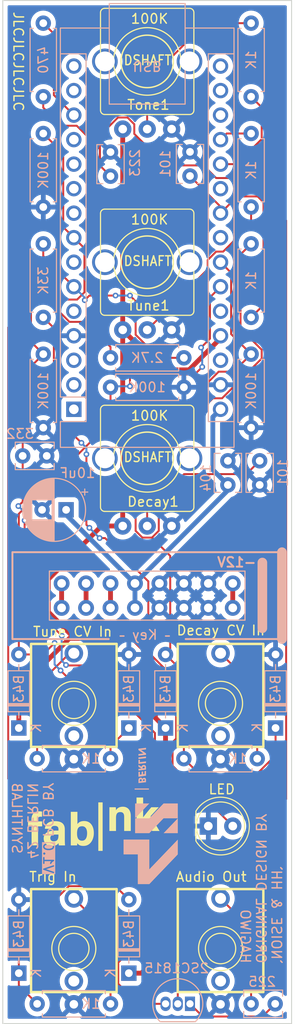
<source format=kicad_pcb>
(kicad_pcb (version 20240108) (generator "pcbnew") (generator_version "8.0")
  (layers (0 "F.Cu" signal) (31 "B.Cu" signal) (34 "B.Paste" user) (35 "F.Paste" user) (36 "B.SilkS" user "B.Silkscreen") (37 "F.SilkS" user "F.Silkscreen") (38 "B.Mask" user) (39 "F.Mask" user) (44 "Edge.Cuts" user))
  (net 0 "")
  (net 1 "A3")
  (net 4 "D5")
  (net 9 "+5V")
  (net 10 "A0")
  (net 12 "A1")
  (net 14 "GND")
  (net 18 "A5")
  (net 19 "D10")
  (net 21 "D3")
  (net 24 "+12V")
  (net 29 "A6")
  (net 30 "Net-(Q1-C)")
  (net 31 "Net-(Q1-B)")
  (net 32 "Net-(Q1-E)")
  (net 33 "Net-(C5-Pad2)")
  (net 34 "Net-(D7-A)")
  (net 35 "Net-(Decay1-Pad2)")
  (net 36 "Net-(J4-P6)")
  (net 37 "Net-(J4-P3)")
  (net 38 "Net-(J4-P1)")
  (net 39 "Net-(J4-P16)")
  (net 40 "Net-(R1-Pad1)")
  (net 41 "Net-(R2-Pad1)")
  (net 42 "Net-(J1-PadT)")
  (net 43 "Net-(J2-PadT)")
  (net 44 "Net-(J3-PadT)")
  (footprint "Library:EighthInch_PJ398SM_T_TN_S" (layer "F.Cu") (at 58.42 123.636343 -90)
    (property "Reference" "J3" (hide yes))
    (property "Value" "Tune CV In")
  )
  (footprint "LED_THT:LED_D5.0mm" (layer "F.Cu") (at 72.39 136.336343)
    (property "Reference" "D7" (hide yes))
    (property "Value" "LED")
  )
  (footprint "Library:EighthInch_PJ398SM_T_TN_S" (layer "F.Cu") (at 73.66 123.636343 -90)
    (property "Reference" "J2" (hide yes))
    (property "Value" "Decay CV In")
  )
  (footprint "Library:EighthInch_PJ398SM_T_TN_S" (layer "F.Cu") (at 73.66 149.036343 -90)
    (property "Reference" "J5" (hide yes))
    (property "Value" "Audio Out")
  )
  (footprint "Library:Pot_9mm_DShaft_RemovedPins4_5" (layer "F.Cu") (at 66.04 77.916343 180)
    (property "Reference" "Tune1")
    (property "Value" "100K")
  )
  (footprint "Library:Pot_9mm_DShaft_RemovedPins4_5" (layer "F.Cu") (at 66.039837 57.1119 180)
    (property "Reference" "Tone1")
    (property "Value" "100K")
  )
  (footprint "Library:Pot_9mm_DShaft_RemovedPins4_5" (layer "F.Cu") (at 66.039837 98.2345 180)
    (property "Reference" "Decay1")
    (property "Value" "100K")
  )
  (footprint "Library:EighthInch_PJ398SM_T_TN_S" (layer "F.Cu") (at 58.42 149.036343 -90)
    (property "Reference" "J1" (hide yes))
    (property "Value" "Trig In")
  )
  (footprint "Capacitor_THT:C_Disc_D3.8mm_W2.6mm_P2.50mm" (layer "B.Cu") (at 70.485 68.986343 90)
    (property "Reference" "C1" (hide yes))
    (property "Value" "101")
  )
  (footprint "Resistor_THT:R_Axial_DIN0207_L6.3mm_D2.5mm_P7.62mm_Horizontal" (layer "B.Cu") (at 76.835 72.201343 90)
    (property "Reference" "R1" (hide yes))
    (property "Value" "1K")
  )
  (footprint "Resistor_THT:R_Axial_DIN0207_L6.3mm_D2.5mm_P7.62mm_Horizontal" (layer "B.Cu") (at 69.85 87.822343 180)
    (property "Reference" "R12" (hide yes))
    (property "Value" "2.7K")
  )
  (footprint "Package_TO_SOT_THT:TO-92_Inline" (layer "B.Cu") (at 70.485 154.751343 180)
    (property "Reference" "Q1" (hide yes))
    (property "Value" "2SC1815")
  )
  (footprint "Resistor_THT:R_Axial_DIN0207_L6.3mm_D2.5mm_P7.62mm_Horizontal" (layer "B.Cu") (at 55.245 95.061343 90)
    (property "Reference" "R13" (hide yes))
    (property "Value" "100K")
  )
  (footprint "Capacitor_THT:C_Disc_D3.8mm_W2.6mm_P2.50mm" (layer "B.Cu") (at 53.106 97.982343)
    (property "Reference" "C4" (hide yes))
    (property "Value" "332")
  )
  (footprint "Resistor_THT:R_Axial_DIN0207_L6.3mm_D2.5mm_P7.62mm_Horizontal" (layer "B.Cu") (at 76.835 53.151343 -90)
    (property "Reference" "R2" (hide yes))
    (property "Value" "1K")
  )
  (footprint "Capacitor_THT:C_Disc_D3.8mm_W2.6mm_P2.50mm" (layer "B.Cu") (at 79.335 154.751343 180)
    (property "Reference" "C5" (hide yes))
    (property "Value" "225")
  )
  (footprint "Resistor_THT:R_Axial_DIN0207_L6.3mm_D2.5mm_P7.62mm_Horizontal" (layer "B.Cu") (at 76.835 76.011343 -90)
    (property "Reference" "R3" (hide yes))
    (property "Value" "1K")
  )
  (footprint "Resistor_THT:R_Axial_DIN0207_L6.3mm_D2.5mm_P7.62mm_Horizontal" (layer "B.Cu") (at 62.23 90.870343)
    (property "Reference" "R9" (hide yes))
    (property "Value" "100K")
  )
  (footprint "Capacitor_THT:CP_Radial_D6.3mm_P2.50mm" (layer "B.Cu") (at 57.618 103.570343 180)
    (property "Reference" "C7" (hide yes))
    (property "Value" "10uF")
  )
  (footprint "Diode_THT:D_DO-35_SOD27_P7.62mm_Horizontal" (layer "B.Cu") (at 52.705 151.576343 90)
    (property "Reference" "D2" (hide yes))
    (property "Value" "B43")
  )
  (footprint "Library:Pins_2x08_2.54mm_TH_EuroPower_Shrouded_Minimal" (layer "B.Cu") (at 66.04 112.460343 -90)
    (property "Reference" "J4" (hide yes))
    (property "Value" "Eurorack_Power_16pin_Shrouded" (hide yes))
  )
  (footprint "Diode_THT:D_DO-35_SOD27_P7.62mm_Horizontal" (layer "B.Cu") (at 64.135 126.176343 90)
    (property "Reference" "D6" (hide yes))
    (property "Value" "B43")
  )
  (footprint "Diode_THT:D_DO-35_SOD27_P7.62mm_Horizontal" (layer "B.Cu") (at 52.705 126.176343 90)
    (property "Reference" "D5" (hide yes))
    (property "Value" "B43")
  )
  (footprint "Resistor_THT:R_Axial_DIN0207_L6.3mm_D2.5mm_P7.62mm_Horizontal" (layer "B.Cu") (at 54.61 129.351343)
    (property "Reference" "R6" (hide yes))
    (property "Value" "1K")
  )
  (footprint "Resistor_THT:R_Axial_DIN0207_L6.3mm_D2.5mm_P7.62mm_Horizontal" (layer "B.Cu") (at 76.835 87.441343 -90)
    (property "Reference" "R8" (hide yes))
    (property "Value" "100K")
  )
  (footprint "Module:Arduino_Nano" (layer "B.Cu") (at 58.42 93.156343)
    (property "Reference" "A1" (hide yes))
    (property "Value" "Arduino_Nano_v3.x")
  )
  (footprint "Diode_THT:D_DO-35_SOD27_P7.62mm_Horizontal" (layer "B.Cu") (at 79.375 126.176343 90)
    (property "Reference" "D4" (hide yes))
    (property "Value" "B43")
  )
  (footprint "Diode_THT:D_DO-35_SOD27_P7.62mm_Horizontal" (layer "B.Cu") (at 67.945 126.176343 90)
    (property "Reference" "D3" (hide yes))
    (property "Value" "B43")
  )
  (footprint "Capacitor_THT:C_Disc_D3.8mm_W2.6mm_P2.50mm" (layer "B.Cu") (at 77.724 98.490343 -90)
    (property "Reference" "C2" (hide yes))
    (property "Value" "101")
  )
  (footprint "Resistor_THT:R_Axial_DIN0207_L6.3mm_D2.5mm_P7.62mm_Horizontal" (layer "B.Cu") (at 55.245 83.631343 90)
    (property "Reference" "R10" (hide yes))
    (property "Value" "33K")
  )
  (footprint "Resistor_THT:R_Axial_DIN0207_L6.3mm_D2.5mm_P7.62mm_Horizontal" (layer "B.Cu") (at 55.245 64.581343 -90)
    (property "Reference" "R7" (hide yes))
    (property "Value" "100K")
  )
  (footprint "Resistor_THT:R_Axial_DIN0207_L6.3mm_D2.5mm_P7.62mm_Horizontal" (layer "B.Cu") (at 62.23 154.751343 180)
    (property "Reference" "R4" (hide yes))
    (property "Value" "1K")
  )
  (footprint "Resistor_THT:R_Axial_DIN0207_L6.3mm_D2.5mm_P7.62mm_Horizontal" (layer "B.Cu") (at 55.245 53.151343 -90)
    (property "Reference" "R11" (hide yes))
    (property "Value" "470")
  )
  (footprint "Capacitor_THT:C_Disc_D3.8mm_W2.6mm_P2.50mm" (layer "B.Cu") (at 74.422 100.990343 90)
    (property "Reference" "C6" (hide yes))
    (property "Value" "104")
  )
  (footprint "Resistor_THT:R_Axial_DIN0207_L6.3mm_D2.5mm_P7.62mm_Horizontal" (layer "B.Cu") (at 77.47 129.351343 180)
    (property "Reference" "R5" (hide yes))
    (property "Value" "1K")
  )
  (footprint "Diode_THT:D_DO-35_SOD27_P7.62mm_Horizontal" (layer "B.Cu") (at 64.135 151.576343 90)
    (property "Reference" "D1" (hide yes))
    (property "Value" "B43")
  )
  (footprint "Capacitor_THT:C_Disc_D3.8mm_W2.6mm_P2.50mm" (layer "B.Cu") (at 62.23 69.006343 90)
    (property "Reference" "C3" (hide yes))
    (property "Value" "223")
  )
  (gr_poly (pts (xy 65.284539 129.707469) (xy 65.284539 129.472678) (xy 65.131305 129.490854) (xy 65.131305 129.899318) (xy 65.919269 129.806292) (xy 65.919269 129.632538)) (fill solid) (layer "B.SilkS"))
  (gr_poly (pts (xy 65.918924 131.531637) (xy 65.918412 131.521288) (xy 65.917602 131.51071) (xy 65.916438 131.499957) (xy 65.914867 131.489083) (xy 65.912834 131.478144) (xy 65.910285 131.467193) (xy 65.907165 131.456285) (xy 65.903421 131.445473) (xy 65.898999 131.434814) (xy 65.893843 131.42436) (xy 65.887899 131.414168) (xy 65.881114 131.404289) (xy 65.877389 131.399485) (xy 65.873433 131.394781) (xy 65.86924 131.390182) (xy 65.864802 131.385695) (xy 65.859416 131.380715) (xy 65.853608 131.375879) (xy 65.84738 131.371213) (xy 65.840736 131.366741) (xy 65.833679 131.362486) (xy 65.826213 131.358475) (xy 65.81834 131.35473) (xy 65.810064 131.351276) (xy 65.801387 131.348137) (xy 65.792314 131.345338) (xy 65.782847 131.342903) (xy 65.77299 131.340856) (xy 65.762745 131.339222) (xy 65.752117 131.338025) (xy 65.741108 131.337288) (xy 65.729721 131.337037) (xy 65.720317 131.337181) (xy 65.711164 131.33761) (xy 65.702257 131.338321) (xy 65.693593 131.339312) (xy 65.685167 131.340579) (xy 65.676975 131.342119) (xy 65.669012 131.343929) (xy 65.661275 131.346007) (xy 65.65376 131.348349) (xy 65.646461 131.350952) (xy 65.639375 131.353813) (xy 65.632498 131.356929) (xy 65.625826 131.360297) (xy 65.619353 131.363914) (xy 65.613077 131.367777) (xy 65.606992 131.371884) (xy 65.600537 131.376562) (xy 65.594511 131.381333) (xy 65.588897 131.386184) (xy 65.583681 131.391103) (xy 65.578849 131.396079) (xy 65.574384 131.401099) (xy 65.570273 131.406151) (xy 65.566501 131.411223) (xy 65.563052 131.416305) (xy 65.559911 131.421382) (xy 65.557064 131.426444) (xy 65.554496 131.431478) (xy 65.552192 131.436473) (xy 65.550137 131.441416) (xy 65.548316 131.446296) (xy 65.546714 131.451101) (xy 65.544835 131.444001) (xy 65.542748 131.437139) (xy 65.540468 131.430513) (xy 65.538008 131.424122) (xy 65.535382 131.417965) (xy 65.532604 131.41204) (xy 65.529688 131.406348) (xy 65.526648 131.400886) (xy 65.523496 131.395654) (xy 65.520248 131.39065) (xy 65.516917 131.385875) (xy 65.513517 131.381326) (xy 65.510062 131.377002) (xy 65.506565 131.372904) (xy 65.503041 131.369028) (xy 65.499502 131.365375) (xy 65.492794 131.359073) (xy 65.486002 131.353254) (xy 65.479113 131.347909) (xy 65.472111 131.343026) (xy 65.464981 131.338596) (xy 65.457708 131.334607) (xy 65.450279 131.331049) (xy 65.442677 131.327911) (xy 65.434887 131.325181) (xy 65.426896 131.322851) (xy 65.418687 131.320909) (xy 65.410247 131.319343) (xy 65.401559 131.318144) (xy 65.39261 131.317301) (xy 65.383385 131.316803) (xy 65.373867 131.31664) (xy 65.358547 131.316998) (xy 65.343898 131.318041) (xy 65.329914 131.319722) (xy 65.316585 131.321991) (xy 65.303903 131.324801) (xy 65.291859 131.328104) (xy 65.280445 131.331852) (xy 65.269652 131.335997) (xy 65.259472 131.34049) (xy 65.249896 131.345285) (xy 65.240916 131.350332) (xy 65.232524 131.355583) (xy 65.22471 131.360992) (xy 65.217466 131.366509) (xy 65.210784 131.372087) (xy 65.204656 131.377678) (xy 65.198948 131.383348) (xy 65.19353 131.389178) (xy 65.188397 131.39516) (xy 65.18354 131.401287) (xy 65.174625 131.413953) (xy 65.16673 131.427119) (xy 65.159797 131.440733) (xy 65.153768 131.454739) (xy 65.148585 131.469084) (xy 65.144193 131.483712) (xy 65.140532 131.498571) (xy 65.137545 131.513605) (xy 65.135176 131.52876) (xy 65.133366 131.543982) (xy 65.132059 131.559216) (xy 65.131196 131.574409) (xy 65.130721 131.589505) (xy 65.130575 131.604452) (xy 65.130575 131.884328) (xy 65.272918 131.867668) (xy 65.272918 131.693908) (xy 65.272918 131.630646) (xy 65.273125 131.617521) (xy 65.273895 131.603034) (xy 65.274559 131.595451) (xy 65.275447 131.587732) (xy 65.276586 131.579944) (xy 65.278003 131.572156) (xy 65.279727 131.564436) (xy 65.281785 131.556852) (xy 65.284204 131.549472) (xy 65.287013 131.542364) (xy 65.290238 131.535596) (xy 65.293908 131.529236) (xy 65.295918 131.52623) (xy 65.29805 131.523352) (xy 65.300307 131.52061) (xy 65.302692 131.518012) (xy 65.304618 131.516036) (xy 65.306862 131.513939) (xy 65.309436 131.511756) (xy 65.312351 131.509522) (xy 65.315619 131.50727) (xy 65.319252 131.505034) (xy 65.323262 131.502849) (xy 65.325411 131.501786) (xy 65.327659 131.500749) (xy 65.330007 131.499741) (xy 65.332457 131.498768) (xy 65.33501 131.497832) (xy 65.337666 131.49694) (xy 65.340429 131.496094) (xy 65.343299 131.495299) (xy 65.346278 131.49456) (xy 65.349367 131.49388) (xy 65.352568 131.493265) (xy 65.355882 131.492717) (xy 65.359311 131.492242) (xy 65.362856 131.491844) (xy 65.366518 131.491527) (xy 65.370299 131.491295) (xy 65.374201 131.491153) (xy 65.378225 131.491105) (xy 65.381446 131.49115) (xy 65.384833 131.491294) (xy 65.388362 131.491551) (xy 65.392011 131.491936) (xy 65.395758 131.49246) (xy 65.399581 131.493139) (xy 65.403457 131.493985) (xy 65.407364 131.495014) (xy 65.411279 131.496237) (xy 65.415181 131.49767) (xy 65.419046 131.499325) (xy 65.422853 131.501217) (xy 65.42658 131.50336) (xy 65.430203 131.505766) (xy 65.4337 131.50845) (xy 65.43705 131.511425) (xy 65.439429 131.513825) (xy 65.441669 131.516375) (xy 65.443771 131.519063) (xy 65.445743 131.521877) (xy 65.447586 131.524804) (xy 65.449306 131.527834) (xy 65.452392 131.534153) (xy 65.455037 131.540739) (xy 65.457272 131.547498) (xy 65.459133 131.554334) (xy 65.460654 131.561153) (xy 65.461868 131.56786) (xy 65.46281 131.574362) (xy 65.463514 131.580562) (xy 65.464013 131.586367) (xy 65.464535 131.596411) (xy 65.464648 131.603737) (xy 65.464648 131.671365) (xy 65.272918 131.693908) (xy 65.272918 131.867668) (xy 65.598999 131.829502) (xy 65.598999 131.656125) (xy 65.598999 131.620486) (xy 65.599206 131.609096) (xy 65.599506 131.603087) (xy 65.599975 131.596919) (xy 65.60064 131.590631) (xy 65.601528 131.584262) (xy 65.602667 131.57785) (xy 65.604085 131.571432) (xy 65.605809 131.565048) (xy 65.607867 131.558736) (xy 65.610287 131.552534) (xy 65.613096 131.546481) (xy 65.616323 131.540615) (xy 65.619993 131.534974) (xy 65.624137 131.529597) (xy 65.626394 131.527019) (xy 65.62878 131.524521) (xy 65.632044 131.521467) (xy 65.63556 131.518587) (xy 65.639309 131.515885) (xy 65.643269 131.513363) (xy 65.64742 131.511025) (xy 65.651743 131.508873) (xy 65.656217 131.506912) (xy 65.660822 131.505144) (xy 65.665537 131.503572) (xy 65.670343 131.502199) (xy 65.67522 131.501029) (xy 65.680146 131.500065) (xy 65.685102 131.499309) (xy 65.690068 131.498766) (xy 65.695023 131.498437) (xy 65.699948 131.498327) (xy 65.705771 131.498485) (xy 65.711263 131.498941) (xy 65.716434 131.499669) (xy 65.721294 131.500645) (xy 65.725851 131.501843) (xy 65.730115 131.503237) (xy 65.734097 131.504802) (xy 65.737805 131.506513) (xy 65.741249 131.508344) (xy 65.744439 131.510269) (xy 65.747384 131.512263) (xy 65.750094 131.514301) (xy 65.752578 131.516357) (xy 65.754846 131.518406) (xy 65.756908 131.520421) (xy 65.758773 131.522379) (xy 65.760425 131.524379) (xy 65.761978 131.526431) (xy 65.763434 131.528534) (xy 65.764798 131.530685) (xy 65.767259 131.535119) (xy 65.769385 131.539711) (xy 65.7712 131.544441) (xy 65.772728 131.549286) (xy 65.773995 131.554226) (xy 65.775025 131.559238) (xy 65.775841 131.564302) (xy 65.77647 131.569395) (xy 65.776934 131.574496) (xy 65.777259 131.579584) (xy 65.77759 131.589634) (xy 65.777656 131.599373) (xy 65.777656 131.635726) (xy 65.598999 131.656125) (xy 65.598999 131.829502) (xy 65.919269 131.792016) (xy 65.919269 131.55143)) (fill solid) (layer "B.SilkS"))
  (gr_poly (pts (xy 65.131305 129.216773) (xy 65.131305 129.390524) (xy 65.919269 129.298212) (xy 65.919269 129.12446)) (fill solid) (layer "B.SilkS"))
  (gr_poly (pts (xy 67.741425 137.071921) (xy 69.220777 137.071921) (xy 69.220777 135.532427)) (fill solid) (layer "B.SilkS"))
  (gr_poly (pts (xy 64.735518 132.44035) (xy 64.735518 132.558064) (xy 66.219949 132.558064) (xy 66.219949 132.44035)) (fill solid) (layer "B.SilkS"))
  (gr_poly (pts (xy 65.766035 130.644332) (xy 65.766035 130.937306) (xy 65.613524 130.959133) (xy 65.613524 130.676321) (xy 65.459561 130.698148) (xy 65.459561 130.980167) (xy 65.284539 131.004139) (xy 65.284539 130.706165) (xy 65.130575 130.727199) (xy 65.130575 131.227342) (xy 65.919269 131.117566) (xy 65.919269 130.622584)) (fill solid) (layer "B.SilkS"))
  (gr_poly (pts (xy 65.918832 130.227849) (xy 65.918178 130.214467) (xy 65.917137 130.201162) (xy 65.915636 130.187953) (xy 65.913603 130.174861) (xy 65.910966 130.161907) (xy 65.907652 130.149112) (xy 65.90359 130.136494) (xy 65.898706 130.124076) (xy 65.892928 130.111877) (xy 65.886184 130.099919) (xy 65.878402 130.088221) (xy 65.869509 130.076803) (xy 65.859433 130.065687) (xy 65.848101 130.054893) (xy 65.842525 130.049972) (xy 65.83641 130.04506) (xy 65.829743 130.0402) (xy 65.822514 130.035434) (xy 65.81471 130.030805) (xy 65.806319 130.026355) (xy 65.797331 130.022126) (xy 65.787733 130.018163) (xy 65.777515 130.014506) (xy 65.766663 130.011198) (xy 65.755166 130.008283) (xy 65.743013 130.005802) (xy 65.730192 130.003799) (xy 65.716692 130.002315) (xy 65.7025 130.001394) (xy 65.695141 130.001157) (xy 65.687605 130.001077) (xy 65.673767 130.001364) (xy 65.66031 130.002214) (xy 65.647237 130.003607) (xy 65.634555 130.005526) (xy 65.622269 130.007952) (xy 65.610384 130.010868) (xy 65.598905 130.014254) (xy 65.587837 130.018093) (xy 65.577187 130.022366) (xy 65.566959 130.027056) (xy 65.557159 130.032143) (xy 65.547792 130.03761) (xy 65.538863 130.043439) (xy 65.530377 130.04961) (xy 65.522341 130.056107) (xy 65.514758 130.062909) (xy 65.508622 130.069183) (xy 65.502748 130.075724) (xy 65.497139 130.08251) (xy 65.491801 130.089519) (xy 65.48674 130.096729) (xy 65.481961 130.104116) (xy 65.47747 130.11166) (xy 65.473271 130.119336) (xy 65.469369 130.127123) (xy 65.465771 130.134998) (xy 65.462481 130.142939) (xy 65.459505 130.150924) (xy 65.456849 130.158929) (xy 65.454516 130.166933) (xy 65.452513 130.174913) (xy 65.450845 130.182846) (xy 65.130575 129.988775) (xy 65.130575 130.191577) (xy 65.441407 130.373266) (xy 65.130575 130.409621) (xy 65.130575 130.583292) (xy 65.56124 130.532885) (xy 65.56124 130.359456) (xy 65.56124 130.316592) (xy 65.561444 130.305334) (xy 65.561738 130.299291) (xy 65.562193 130.293024) (xy 65.562835 130.286574) (xy 65.56369 130.279979) (xy 65.564783 130.27328) (xy 65.56614 130.266517) (xy 65.567787 130.259728) (xy 65.569748 130.252954) (xy 65.57205 130.246233) (xy 65.574718 130.239607) (xy 65.577778 130.233114) (xy 65.581254 130.226795) (xy 65.585174 130.220688) (xy 65.589561 130.214833) (xy 65.591903 130.212034) (xy 65.594299 130.209364) (xy 65.596747 130.206821) (xy 65.599244 130.204402) (xy 65.601789 130.202105) (xy 65.604379 130.199926) (xy 65.609692 130.195914) (xy 65.615166 130.192346) (xy 65.620787 130.189199) (xy 65.62654 130.186453) (xy 65.632409 130.184087) (xy 65.638381 130.182078) (xy 65.644441 130.180407) (xy 65.650572 130.179051) (xy 65.656761 130.177989) (xy 65.662993 130.1772) (xy 65.669252 130.176663) (xy 65.675524 130.176356) (xy 65.681795 130.176259) (xy 65.686505 130.176332) (xy 65.691358 130.17657) (xy 65.696326 130.177001) (xy 65.70138 130.177652) (xy 65.706494 130.178551) (xy 65.711641 130.179724) (xy 65.716791 130.181199) (xy 65.721918 130.183005) (xy 65.726993 130.185167) (xy 65.731991 130.187714) (xy 65.736881 130.190673) (xy 65.739278 130.192316) (xy 65.741638 130.194072) (xy 65.743958 130.195945) (xy 65.746233 130.197938) (xy 65.748462 130.200054) (xy 65.750639 130.202298) (xy 65.752763 130.204672) (xy 65.754828 130.20718) (xy 65.756833 130.209825) (xy 65.758773 130.212611) (xy 65.761499 130.216956) (xy 65.763964 130.221534) (xy 65.76618 130.226339) (xy 65.768159 130.231367) (xy 65.769913 130.236613) (xy 65.771452 130.24207) (xy 65.772789 130.247734) (xy 65.773935 130.253599) (xy 65.774903 130.25966) (xy 65.775704 130.265913) (xy 65.776349 130.272351) (xy 65.776851 130.278971) (xy 65.777221 130.285765) (xy 65.77747 130.29273) (xy 65.777656 130.307148) (xy 65.777656 130.333261) (xy 65.56124 130.359456) (xy 65.56124 130.532885) (xy 65.919269 130.490979) (xy 65.919269 130.254759)) (fill solid) (layer "B.SilkS"))
  (gr_poly (pts (xy 66.262073 140.812412) (xy 66.262073 137.731972) (xy 63.585152 137.731972) (xy 63.585152 139.272188) (xy 65.064503 139.272188) (xy 65.064503 142.351906) (xy 66.262073 142.351906) (xy 69.220777 139.272188) (xy 69.220777 137.731972)) (fill solid) (layer "B.SilkS"))
  (gr_poly (pts (xy 65.406546 128.457869) (xy 65.919269 128.396829) (xy 65.919269 128.223157) (xy 65.130575 128.31547) (xy 65.130575 128.466599) (xy 65.646203 128.815532) (xy 65.130575 128.875143) (xy 65.130575 129.048815) (xy 65.919269 128.955073) (xy 65.919269 128.803864)) (fill solid) (layer "B.SilkS"))
  (gr_poly (pts (xy 67.741425 133.992211) (xy 66.262073 135.532427) (xy 64.782722 135.532427) (xy 64.782722 137.071921) (xy 66.262073 137.071921) (xy 67.741425 135.532427) (xy 69.220777 135.532427) (xy 69.220777 133.992211)) (fill solid) (layer "B.SilkS"))
  (gr_poly (pts (xy 64.78269 133.99229) (xy 64.78269 135.532475) (xy 66.262042 133.99229)) (fill solid) (layer "B.SilkS"))
  (gr_poly (pts (xy 58.792443 136.129968) (xy 58.813398 136.100241) (xy 58.836678 136.070747) (xy 58.862439 136.041718) (xy 58.890835 136.013386) (xy 58.90607 135.999554) (xy 58.922022 135.985984) (xy 58.93871 135.972705) (xy 58.956154 135.959746) (xy 58.974373 135.947135) (xy 58.993387 135.934902) (xy 59.013215 135.923076) (xy 59.033876 135.911687) (xy 59.055389 135.900762) (xy 59.077775 135.890331) (xy 59.101052 135.880424) (xy 59.125239 135.871069) (xy 59.150357 135.862295) (xy 59.176425 135.854132) (xy 59.203461 135.846608) (xy 59.231486 135.839753) (xy 59.260519 135.833595) (xy 59.290578 135.828164) (xy 59.321684 135.823489) (xy 59.353856 135.819599) (xy 59.387113 135.816523) (xy 59.421475 135.814289) (xy 59.45696 135.812928) (xy 59.493589 135.812468) (xy 59.555834 135.814083) (xy 59.616065 135.818876) (xy 59.674287 135.826769) (xy 59.7305 135.837686) (xy 59.784707 135.851548) (xy 59.836911 135.868278) (xy 59.887114 135.887799) (xy 59.935319 135.910033) (xy 59.981528 135.934902) (xy 60.025743 135.962329) (xy 60.067967 135.992237) (xy 60.108203 136.024548) (xy 60.146452 136.059184) (xy 60.182717 136.096068) (xy 60.217 136.135123) (xy 60.249305 136.17627) (xy 60.279633 136.219433) (xy 60.307987 136.264533) (xy 60.334369 136.311494) (xy 60.358782 136.360238) (xy 60.381227 136.410687) (xy 60.401708 136.462764) (xy 60.420228 136.516392) (xy 60.436787 136.571492) (xy 60.451389 136.627987) (xy 60.464037 136.6858) (xy 60.474732 136.744853) (xy 60.483477 136.805069) (xy 60.490274 136.86637) (xy 60.495127 136.928679) (xy 60.499005 137.05601) (xy 60.494674 137.184381) (xy 60.48172 137.31093) (xy 60.4602 137.434766) (xy 60.430172 137.554997) (xy 60.391696 137.670733) (xy 60.344829 137.781082) (xy 60.289629 137.885152) (xy 60.258922 137.934553) (xy 60.226154 137.982051) (xy 60.191332 138.027534) (xy 60.154463 138.07089) (xy 60.115554 138.112007) (xy 60.074613 138.150775) (xy 60.031647 138.187082) (xy 59.986663 138.220816) (xy 59.939668 138.251866) (xy 59.890671 138.280121) (xy 59.839677 138.305469) (xy 59.786694 138.327799) (xy 59.73173 138.346999) (xy 59.674792 138.362958) (xy 59.615887 138.375565) (xy 59.555023 138.384707) (xy 59.492205 138.390275) (xy 59.427443 138.392155) (xy 59.360429 138.390922) (xy 59.298123 138.387246) (xy 59.240274 138.381168) (xy 59.186631 138.372725) (xy 59.136941 138.361957) (xy 59.090952 138.348902) (xy 59.048413 138.333599) (xy 59.009071 138.316087) (xy 58.972674 138.296405) (xy 58.938972 138.274591) (xy 58.907711 138.250684) (xy 58.878639 138.224723) (xy 58.851506 138.196747) (xy 58.826059 138.166794) (xy 58.802045 138.134904) (xy 58.779214 138.101114) (xy 58.77862 138.131422) (xy 58.77694 138.162506) (xy 58.774331 138.193899) (xy 58.770946 138.225138) (xy 58.766941 138.255756) (xy 58.762471 138.285289) (xy 58.757691 138.313272) (xy 58.752755 138.33924) (xy 58.104526 138.33924) (xy 58.104526 137.532261) (xy 58.104526 137.108926) (xy 58.752755 137.108926) (xy 58.754189 137.184829) (xy 58.758646 137.258504) (xy 58.766359 137.329581) (xy 58.77756 137.397694) (xy 58.792482 137.462474) (xy 58.811357 137.523552) (xy 58.834417 137.580561) (xy 58.84759 137.607424) (xy 58.861896 137.633132) (xy 58.877365 137.657638) (xy 58.894026 137.680897) (xy 58.911908 137.702862) (xy 58.931039 137.723488) (xy 58.95145 137.742728) (xy 58.973168 137.760537) (xy 58.996224 137.776868) (xy 59.020646 137.791675) (xy 59.046463 137.804913) (xy 59.073705 137.816535) (xy 59.1024 137.826495) (xy 59.132577 137.834748) (xy 59.164266 137.841246) (xy 59.197496 137.845945) (xy 59.232295 137.848798) (xy 59.268693 137.84976) (xy 59.301637 137.848872) (xy 59.333499 137.846226) (xy 59.36428 137.841846) (xy 59.393983 137.835755) (xy 59.42261 137.827979) (xy 59.450165 137.818541) (xy 59.476648 137.807465) (xy 59.502064 137.794776) (xy 59.526414 137.780498) (xy 59.5497 137.764655) (xy 59.571925 137.747272) (xy 59.593092 137.728372) (xy 59.613203 137.70798) (xy 59.63226 137.68612) (xy 59.650265 137.662816) (xy 59.667222 137.638093) (xy 59.683132 137.611975) (xy 59.697998 137.584485) (xy 59.711823 137.555649) (xy 59.724609 137.52549) (xy 59.736357 137.494033) (xy 59.747072 137.461302) (xy 59.756754 137.42732) (xy 59.765407 137.392113) (xy 59.773033 137.355705) (xy 59.779634 137.318119) (xy 59.785213 137.279381) (xy 59.789772 137.239513) (xy 59.793314 137.198541) (xy 59.795841 137.156488) (xy 59.79786 137.069239) (xy 59.79599 136.993633) (xy 59.790341 136.920799) (xy 59.780855 136.851026) (xy 59.767474 136.784605) (xy 59.75014 136.721828) (xy 59.728794 136.662985) (xy 59.703379 136.608366) (xy 59.689127 136.582732) (xy 59.673836 136.558262) (xy 59.657499 136.534995) (xy 59.640108 136.512965) (xy 59.621656 136.492209) (xy 59.602135 136.472764) (xy 59.581539 136.454665) (xy 59.559861 136.43795) (xy 59.537092 136.422654) (xy 59.513226 136.408814) (xy 59.488255 136.396466) (xy 59.462173 136.385647) (xy 59.434971 136.376392) (xy 59.406643 136.368739) (xy 59.377182 136.362723) (xy 59.346579 136.358381) (xy 59.314828 136.355749) (xy 59.281922 136.354864) (xy 59.245486 136.3556) (xy 59.210576 136.357809) (xy 59.177168 136.361491) (xy 59.145238 136.366646) (xy 59.114761 136.373274) (xy 59.085713 136.381374) (xy 59.05807 136.390947) (xy 59.031808 136.401993) (xy 59.006902 136.414511) (xy 58.983329 136.428503) (xy 58.961064 136.443967) (xy 58.940082 136.460904) (xy 58.920361 136.479314) (xy 58.901874 136.499196) (xy 58.884599 136.520552) (xy 58.868511 136.54338) (xy 58.853585 136.56768) (xy 58.839798 136.593454) (xy 58.827125 136.620701) (xy 58.815542 136.64942) (xy 58.805025 136.679612) (xy 58.79555 136.711276) (xy 58.787092 136.744414) (xy 58.779627 136.779024) (xy 58.773131 136.815107) (xy 58.76758 136.852663) (xy 58.759215 136.932193) (xy 58.754338 137.017614) (xy 58.752755 137.108926) (xy 58.104526 137.108926) (xy 58.104527 134.859968) (xy 58.792443 134.859968)) (fill solid) (layer "F.SilkS"))
  (gr_poly (pts (xy 61.411818 138.908093) (xy 60.962027 138.908093) (xy 60.962027 133.88101) (xy 61.411818 133.88101)) (fill solid) (layer "F.SilkS"))
  (gr_poly (pts (xy 56.584555 135.828811) (xy 56.697791 135.838203) (xy 56.803741 135.853951) (xy 56.902326 135.876133) (xy 56.948833 135.889661) (xy 56.993471 135.904827) (xy 57.036228 135.921639) (xy 57.077096 135.940109) (xy 57.116065 135.960245) (xy 57.153125 135.982057) (xy 57.188266 136.005555) (xy 57.22148 136.030749) (xy 57.252755 136.057648) (xy 57.282083 136.086263) (xy 57.309454 136.116601) (xy 57.334858 136.148675) (xy 57.358285 136.182492) (xy 57.379726 136.218063) (xy 57.399171 136.255398) (xy 57.41661 136.294506) (xy 57.432034 136.335396) (xy 57.445433 136.378079) (xy 57.456796 136.422565) (xy 57.466116 136.468862) (xy 57.473381 136.516981) (xy 57.478583 136.566931) (xy 57.481711 136.618722) (xy 57.482756 136.672364) (xy 57.482756 137.70424) (xy 57.48503 137.896476) (xy 57.491024 138.091192) (xy 57.495029 138.177854) (xy 57.499499 138.251183) (xy 57.504279 138.306528) (xy 57.509214 138.33924) (xy 56.860985 138.33924) (xy 56.856024 138.316528) (xy 56.851063 138.28901) (xy 56.841141 138.225137) (xy 56.83122 138.158785) (xy 56.826259 138.128167) (xy 56.821298 138.101114) (xy 56.803108 138.128364) (xy 56.783057 138.1554) (xy 56.760836 138.18201) (xy 56.748815 138.195089) (xy 56.736135 138.207981) (xy 56.722757 138.22066) (xy 56.708643 138.233099) (xy 56.693754 138.245271) (xy 56.678051 138.257151) (xy 56.661495 138.268711) (xy 56.644048 138.279924) (xy 56.62567 138.290764) (xy 56.606324 138.301205) (xy 56.58597 138.311219) (xy 56.564569 138.320781) (xy 56.542084 138.329862) (xy 56.518474 138.338438) (xy 56.493702 138.34648) (xy 56.467728 138.353963) (xy 56.440514 138.36086) (xy 56.41202 138.367144) (xy 56.38221 138.372788) (xy 56.351042 138.377767) (xy 56.31848 138.382052) (xy 56.284483 138.385618) (xy 56.249014 138.388438) (xy 56.212033 138.390486) (xy 56.173502 138.391733) (xy 56.133381 138.392155) (xy 56.078576 138.391043) (xy 56.025768 138.387753) (xy 55.974943 138.382356) (xy 55.926081 138.374921) (xy 55.879168 138.36552) (xy 55.834184 138.354222) (xy 55.791115 138.341097) (xy 55.749942 138.326216) (xy 55.710649 138.309649) (xy 55.673219 138.291467) (xy 55.637634 138.271739) (xy 55.603879 138.250536) (xy 55.571935 138.227928) (xy 55.541786 138.203985) (xy 55.513415 138.178778) (xy 55.486806 138.152377) (xy 55.46194 138.124851) (xy 55.438802 138.096272) (xy 55.417373 138.066709) (xy 55.397638 138.036234) (xy 55.379579 138.004915) (xy 55.36318 137.972823) (xy 55.348422 137.94003) (xy 55.335291 137.906603) (xy 55.313835 137.838135) (xy 55.298678 137.767981) (xy 55.289683 137.696703) (xy 55.286715 137.624863) (xy 55.287731 137.585176) (xy 55.974631 137.585176) (xy 55.975881 137.617232) (xy 55.979669 137.648764) (xy 55.982534 137.664268) (xy 55.986054 137.67956) (xy 55.990239 137.694615) (xy 55.995095 137.709407) (xy 56.000628 137.723907) (xy 56.006848 137.73809) (xy 56.01376 137.75193) (xy 56.021372 137.765398) (xy 56.029691 137.778469) (xy 56.038726 137.791117) (xy 56.048482 137.803314) (xy 56.058967 137.815033) (xy 56.070188 137.826249) (xy 56.082153 137.836934) (xy 56.094869 137.847063) (xy 56.108343 137.856607) (xy 56.122583 137.865541) (xy 56.137595 137.873838) (xy 56.153388 137.881471) (xy 56.169968 137.888414) (xy 56.187342 137.89464) (xy 56.205518 137.900122) (xy 56.224503 137.904834) (xy 56.244304 137.908748) (xy 56.264929 137.91184) (xy 56.286385 137.914081) (xy 56.308679 137.915445) (xy 56.331818 137.915906) (xy 56.371632 137.915023) (xy 56.409259 137.912411) (xy 56.444758 137.908123) (xy 56.478192 137.902211) (xy 56.50962 137.89473) (xy 56.539102 137.885733) (xy 56.5667 137.875272) (xy 56.592474 137.863402) (xy 56.616485 137.850175) (xy 56.638792 137.835645) (xy 56.659458 137.819866) (xy 56.678541 137.802889) (xy 56.696104 137.784769) (xy 56.712205 137.765559) (xy 56.726907 137.745313) (xy 56.740269 137.724082) (xy 56.752352 137.701922) (xy 56.763216 137.678885) (xy 56.772923 137.655024) (xy 56.781532 137.630393) (xy 56.789105 137.605045) (xy 56.795701 137.579033) (xy 56.806208 137.525231) (xy 56.813536 137.469414) (xy 56.818171 137.412008) (xy 56.820596 137.35344) (xy 56.821297 137.294135) (xy 56.821297 137.214759) (xy 56.543485 137.214759) (xy 56.469513 137.216303) (xy 56.401297 137.220909) (xy 56.338701 137.228538) (xy 56.281589 137.239151) (xy 56.229825 137.25271) (xy 56.183274 137.269175) (xy 56.161911 137.278486) (xy 56.141801 137.288509) (xy 56.122926 137.299239) (xy 56.105269 137.310671) (xy 56.088813 137.322802) (xy 56.073543 137.335625) (xy 56.059439 137.349136) (xy 56.046487 137.36333) (xy 56.034668 137.378202) (xy 56.023966 137.393748) (xy 56.014363 137.409962) (xy 56.005843 137.42684) (xy 55.998389 137.444377) (xy 55.991984 137.462568) (xy 55.986611 137.481408) (xy 55.982253 137.500892) (xy 55.976514 137.541775) (xy 55.974631 137.585176) (xy 55.287731 137.585176) (xy 55.288027 137.573625) (xy 55.291944 137.524088) (xy 55.298433 137.476246) (xy 55.307463 137.430095) (xy 55.319002 137.38563) (xy 55.33302 137.342846) (xy 55.349484 137.301738) (xy 55.368363 137.262301) (xy 55.389626 137.224532) (xy 55.413241 137.188423) (xy 55.439177 137.153972) (xy 55.467401 137.121173) (xy 55.497883 137.090021) (xy 55.530592 137.060511) (xy 55.565495 137.032639) (xy 55.602561 137.0064) (xy 55.641759 136.981788) (xy 55.683057 136.958799) (xy 55.726423 136.937429) (xy 55.771827 136.917671) (xy 55.819237 136.899522) (xy 55.86862 136.882977) (xy 55.919947 136.86803) (xy 55.973184 136.854678) (xy 56.028302 136.842914) (xy 56.085267 136.832734) (xy 56.144049 136.824134) (xy 56.204617 136.817109) (xy 56.266938 136.811653) (xy 56.330982 136.807762) (xy 56.46411 136.804655) (xy 56.821297 136.804655) (xy 56.821297 136.659134) (xy 56.820477 136.62693) (xy 56.817835 136.594978) (xy 56.8131 136.56353) (xy 56.806001 136.532837) (xy 56.80148 136.517853) (xy 56.796267 136.503152) (xy 56.790326 136.488766) (xy 56.783625 136.474727) (xy 56.77613 136.461065) (xy 56.767806 136.447813) (xy 56.758619 136.435002) (xy 56.748537 136.422663) (xy 56.737524 136.410828) (xy 56.725547 136.399528) (xy 56.712573 136.388795) (xy 56.698566 136.378661) (xy 56.683493 136.369156) (xy 56.667321 136.360312) (xy 56.650015 136.352161) (xy 56.631542 136.344735) (xy 56.611867 136.338064) (xy 56.590956 136.332181) (xy 56.568777 136.327116) (xy 56.545294 136.322902) (xy 56.520474 136.319569) (xy 56.494283 136.31715) (xy 56.466687 136.315675) (xy 56.437652 136.315176) (xy 56.411057 136.315523) (xy 56.385817 136.316558) (xy 56.36189 136.318272) (xy 56.339234 136.320654) (xy 56.317809 136.323695) (xy 56.297573 136.327385) (xy 56.278485 136.331714) (xy 56.260505 136.336674) (xy 56.24359 136.342253) (xy 56.2277 136.348443) (xy 56.212793 136.355233) (xy 56.198829 136.362615) (xy 56.185766 136.370578) (xy 56.173563 136.379113) (xy 56.162178 136.388209) (xy 56.151571 136.397858) (xy 56.1417 136.40805) (xy 56.132525 136.418774) (xy 56.124004 136.430022) (xy 56.116095 136.441783) (xy 56.108758 136.454048) (xy 56.101952 136.466808) (xy 56.089766 136.49377) (xy 56.079208 136.522592) (xy 56.069948 136.553198) (xy 56.061657 136.585508) (xy 56.054006 136.619447) (xy 55.405777 136.619447) (xy 55.415918 136.538589) (xy 55.431718 136.459999) (xy 55.441862 136.421682) (xy 55.453565 136.384083) (xy 55.466876 136.347255) (xy 55.481845 136.311249) (xy 55.498518 136.276114) (xy 55.516946 136.241902) (xy 55.537175 136.208664) (xy 55.559256 136.176451) (xy 55.583235 136.145313) (xy 55.609162 136.115301) (xy 55.637085 136.086467) (xy 55.667053 136.058861) (xy 55.699113 136.032534) (xy 55.733315 136.007537) (xy 55.769706 135.98392) (xy 55.808336 135.961735) (xy 55.849253 135.941033) (xy 55.892504 135.921864) (xy 55.938139 135.904279) (xy 55.986206 135.888329) (xy 56.036754 135.874065) (xy 56.089831 135.861538) (xy 56.145485 135.850798) (xy 56.203764 135.841898) (xy 56.264718 135.834886) (xy 56.328395 135.829815) (xy 56.394843 135.826735) (xy 56.46411 135.825697)) (fill solid) (layer "F.SilkS"))
  (gr_poly (pts (xy 54.842349 134.807646) (xy 54.887772 134.809325) (xy 54.932576 134.811935) (xy 54.975829 134.81532) (xy 55.016602 134.819325) (xy 55.053964 134.823795) (xy 55.086985 134.828575) (xy 55.114735 134.83351) (xy 55.114735 135.375906) (xy 55.107142 135.375757) (xy 55.099258 135.375337) (xy 55.082696 135.373839) (xy 55.065203 135.37172) (xy 55.046936 135.369291) (xy 55.028048 135.366862) (xy 55.008695 135.364744) (xy 54.998893 135.363898) (xy 54.989032 135.363245) (xy 54.979133 135.362825) (xy 54.969214 135.362677) (xy 54.933393 135.36363) (xy 54.91651 135.364846) (xy 54.900304 135.366578) (xy 54.884766 135.368844) (xy 54.869889 135.371659) (xy 54.855666 135.375041) (xy 54.84209 135.379006) (xy 54.829154 135.383573) (xy 54.816849 135.388757) (xy 54.80517 135.394576) (xy 54.794109 135.401046) (xy 54.783657 135.408185) (xy 54.773809 135.41601) (xy 54.764557 135.424537) (xy 54.755894 135.433783) (xy 54.747812 135.443766) (xy 54.740304 135.454502) (xy 54.733362 135.466009) (xy 54.726981 135.478303) (xy 54.721152 135.491401) (xy 54.715867 135.50532) (xy 54.711121 135.520077) (xy 54.706905 135.535689) (xy 54.703212 135.552174) (xy 54.700035 135.569547) (xy 54.697367 135.587826) (xy 54.6952 135.607029) (xy 54.692341 135.64827) (xy 54.691402 135.693406) (xy 54.691402 135.852156) (xy 55.127964 135.852156) (xy 55.127964 136.368094) (xy 54.704631 136.368094) (xy 54.704631 138.32601) (xy 54.029943 138.33924) (xy 54.029943 136.381323) (xy 53.659527 136.381323) (xy 53.659527 135.865385) (xy 54.016714 135.865385) (xy 54.016714 135.653718) (xy 54.019666 135.561366) (xy 54.028548 135.473006) (xy 54.043399 135.388909) (xy 54.053074 135.348544) (xy 54.064257 135.309347) (xy 54.07695 135.271351) (xy 54.091161 135.23459) (xy 54.106892 135.199099) (xy 54.12415 135.164911) (xy 54.142938 135.13206) (xy 54.163262 135.10058) (xy 54.185127 135.070505) (xy 54.208537 135.041869) (xy 54.233498 135.014706) (xy 54.260013 134.989049) (xy 54.288089 134.964933) (xy 54.317729 134.942392) (xy 54.34894 134.921459) (xy 54.381724 134.902168) (xy 54.416088 134.884554) (xy 54.452037 134.86865) (xy 54.489574 134.85449) (xy 54.528705 134.842107) (xy 54.569435 134.831537) (xy 54.611768 134.822813) (xy 54.65571 134.815968) (xy 54.701266 134.811037) (xy 54.748439 134.808053) (xy 54.797235 134.807051)) (fill solid) (layer "F.SilkS"))
  (gr_poly (pts (xy 65.618693 135.428822) (xy 65.69414 135.32857) (xy 65.78075 135.217156) (xy 65.877282 135.095819) (xy 65.982495 134.965801) (xy 66.214006 134.684682) (xy 66.46536 134.383718) (xy 67.24588 134.383718) (xy 66.385985 135.30976) (xy 67.325256 136.844343) (xy 66.557964 136.844343) (xy 65.936193 135.746323) (xy 65.618693 136.050594) (xy 65.618693 136.844343) (xy 64.930777 136.844343) (xy 64.930777 133.378302) (xy 65.618693 133.378302)) (fill solid) (layer "F.SilkS"))
  (gr_poly (pts (xy 63.560673 134.331769) (xy 63.60513 134.334668) (xy 63.648594 134.339489) (xy 63.691032 134.346227) (xy 63.732415 134.354874) (xy 63.77271 134.365422) (xy 63.811886 134.377864) (xy 63.849912 134.392193) (xy 63.886755 134.408402) (xy 63.922384 134.426484) (xy 63.956769 134.44643) (xy 63.989877 134.468235) (xy 64.021677 134.49189) (xy 64.052137 134.517389) (xy 64.081227 134.544724) (xy 64.108914 134.573888) (xy 64.135166 134.604873) (xy 64.159954 134.637672) (xy 64.183244 134.672279) (xy 64.205006 134.708686) (xy 64.225208 134.746885) (xy 64.243818 134.786869) (xy 64.260805 134.828631) (xy 64.276138 134.872164) (xy 64.289785 134.91746) (xy 64.301715 134.964513) (xy 64.311895 135.013315) (xy 64.320296 135.063858) (xy 64.326884 135.116135) (xy 64.331629 135.17014) (xy 64.334499 135.225865) (xy 64.335463 135.283302) (xy 64.335463 136.844343) (xy 63.647547 136.844343) (xy 63.647547 135.362677) (xy 63.646433 135.311546) (xy 63.642974 135.26245) (xy 63.636995 135.215564) (xy 63.628323 135.171061) (xy 63.616783 135.129115) (xy 63.609883 135.109157) (xy 63.602201 135.089903) (xy 63.593714 135.071375) (xy 63.584402 135.053597) (xy 63.574241 135.036588) (xy 63.563211 135.020372) (xy 63.55129 135.00497) (xy 63.538455 134.990403) (xy 63.524685 134.976694) (xy 63.509959 134.963864) (xy 63.494253 134.951935) (xy 63.477548 134.940929) (xy 63.45982 134.930868) (xy 63.441048 134.921773) (xy 63.42121 134.913667) (xy 63.400285 134.906571) (xy 63.37825 134.900506) (xy 63.355084 134.895496) (xy 63.330765 134.891561) (xy 63.305271 134.888723) (xy 63.278581 134.887004) (xy 63.250672 134.886427) (xy 63.222611 134.886895) (xy 63.195478 134.888316) (xy 63.16927 134.89071) (xy 63.143986 134.894101) (xy 63.119621 134.898508) (xy 63.096175 134.903955) (xy 63.073645 134.910462) (xy 63.052027 134.918053) (xy 63.031321 134.926748) (xy 63.011523 134.936569) (xy 62.99263 134.947538) (xy 62.974642 134.959678) (xy 62.957554 134.973009) (xy 62.941365 134.987554) (xy 62.926073 135.003334) (xy 62.911674 135.020372) (xy 62.898167 135.038688) (xy 62.885548 135.058306) (xy 62.873817 135.079246) (xy 62.862969 135.10153) (xy 62.853003 135.12518) (xy 62.843916 135.150219) (xy 62.835707 135.176667) (xy 62.828372 135.204547) (xy 62.821908 135.23388) (xy 62.816315 135.264688) (xy 62.811588 135.296994) (xy 62.807727 135.330818) (xy 62.804728 135.366183) (xy 62.802588 135.40311) (xy 62.80088 135.481739) (xy 62.80088 136.844343) (xy 62.112964 136.844343) (xy 62.112964 134.383718) (xy 62.774422 134.383718) (xy 62.779357 134.413096) (xy 62.784137 134.450071) (xy 62.788607 134.492316) (xy 62.792612 134.537507) (xy 62.795996 134.583318) (xy 62.798606 134.627424) (xy 62.800285 134.667499) (xy 62.80088 134.701218) (xy 62.817187 134.670897) (xy 62.836459 134.639723) (xy 62.85887 134.608084) (xy 62.884596 134.576368) (xy 62.913809 134.544962) (xy 62.929778 134.529496) (xy 62.946685 134.514253) (xy 62.964551 134.499281) (xy 62.983398 134.484629) (xy 63.003248 134.470346) (xy 63.024122 134.456479) (xy 63.046043 134.443077) (xy 63.069032 134.430188) (xy 63.093111 134.417862) (xy 63.118303 134.406146) (xy 63.144627 134.395089) (xy 63.172107 134.384739) (xy 63.200765 134.375145) (xy 63.230621 134.366355) (xy 63.261699 134.358418) (xy 63.294019 134.351382) (xy 63.327603 134.345295) (xy 63.362474 134.340207) (xy 63.398652 134.336165) (xy 63.436161 134.333217) (xy 63.475021 134.331414) (xy 63.515255 134.330802)) (fill solid) (layer "F.SilkS"))
  (gr_rect (start 51.04 50.8) (end 81.04 156.8) (stroke (width 0.1)) (fill none) (layer "Edge.Cuts"))
  (gr_text "`NOISE & HH`\nORIGINAL DESIGN BY\nHAGIWO\n" (at 75.6537 150.645627 270) (layer "B.SilkS") (effects (font (size 1 1)) (justify left bottom mirror)))
  (gr_text "PCB BY\n42 BERLIN\nSYNTHLAB\n" (at 51.916526 131.761675 270) (layer "B.SilkS") (effects (font (size 1 1)) (justify right bottom mirror)))
  (gr_text "V1.0" (at 55.170344 141.331285 -90) (layer "B.SilkS" knockout) (effects (font (size 1 1)) (justify left bottom mirror)))
  (gr_text "JLCJLCJLCJLC" (at 52.07 51.881343 -90) (layer "F.SilkS") (effects (font (size 1 1)) (justify left bottom)))
  (segment (start 78.122839 71.710205) (end 78.122839 82.343504) (width 0.2) (layer "F.Cu") (net 1))
  (segment (start 73.66 72.161343) (end 73.66 72.836343) (width 0.2) (layer "F.Cu") (net 1))
  (segment (start 78.122839 82.343504) (end 76.835 83.631343) (width 0.2) (layer "F.Cu") (net 1))
  (segment (start 77.513977 71.101343) (end 78.122839 71.710205) (width 0.2) (layer "F.Cu") (net 1))
  (segment (start 70.485 68.986343) (end 73.66 72.161343) (width 0.2) (layer "F.Cu") (net 1))
  (segment (start 73.66 72.836343) (end 75.395 71.101343) (width 0.2) (layer "F.Cu") (net 1))
  (segment (start 75.395 71.101343) (end 77.513977 71.101343) (width 0.2) (layer "F.Cu") (net 1))
  (segment (start 54.489712 81.78724) (end 51.605 84.671952) (width 0.2) (layer "F.Cu") (net 4))
  (segment (start 51.605 131.426343) (end 64.135 143.956343) (width 0.2) (layer "F.Cu") (net 4))
  (segment (start 58.766532 81.78724) (end 54.489712 81.78724) (width 0.2) (layer "F.Cu") (net 4))
  (segment (start 57.895937 142.564143) (end 52.705 147.75508) (width 0.2) (layer "F.Cu") (net 4))
  (segment (start 55.245 64.581343) (end 57.32 66.656343) (width 0.2) (layer "F.Cu") (net 4))
  (segment (start 59.52 81.033772) (end 58.766532 81.78724) (width 0.2) (layer "F.Cu") (net 4))
  (segment (start 58.42 75.376343) (end 59.52 76.476343) (width 0.2) (layer "F.Cu") (net 4))
  (segment (start 52.705 152.846343) (end 54.61 154.751343) (width 0.2) (layer "F.Cu") (net 4))
  (segment (start 64.135 143.956343) (end 62.7428 142.564143) (width 0.2) (layer "F.Cu") (net 4))
  (segment (start 52.705 151.576343) (end 52.705 152.846343) (width 0.2) (layer "F.Cu") (net 4))
  (segment (start 51.605 84.671952) (end 51.605 131.426343) (width 0.2) (layer "F.Cu") (net 4))
  (segment (start 62.7428 142.564143) (end 57.895937 142.564143) (width 0.2) (layer "F.Cu") (net 4))
  (segment (start 59.52 76.476343) (end 59.52 81.033772) (width 0.2) (layer "F.Cu") (net 4))
  (segment (start 57.32 74.276343) (end 58.42 75.376343) (width 0.2) (layer "F.Cu") (net 4))
  (segment (start 52.705 147.75508) (end 52.705 151.576343) (width 0.2) (layer "F.Cu") (net 4))
  (segment (start 57.32 66.656343) (end 57.32 74.276343) (width 0.2) (layer "F.Cu") (net 4))
  (segment (start 52.705 122.142947) (end 57.962499 116.885448) (width 0.5) (layer "F.Cu") (net 9))
  (segment (start 63.500163 84.928586) (end 63.500163 64.124306) (width 0.5) (layer "F.Cu") (net 9))
  (segment (start 66.886291 120.911106) (end 66.886291 125.117634) (width 0.5) (layer "F.Cu") (net 9))
  (segment (start 58.501275 116.885448) (end 64.522794 116.885448) (width 0.5) (layer "F.Cu") (net 9))
  (segment (start 57.962499 116.885448) (end 58.501275 116.885448) (width 0.5) (layer "F.Cu") (net 9))
  (segment (start 70.387347 89.072343) (end 73.66 85.79969) (width 0.5) (layer "F.Cu") (net 9))
  (segment (start 73.66 85.79969) (end 73.66 85.536343) (width 0.5) (layer "F.Cu") (net 9))
  (segment (start 67.945 149.066343) (end 67.945 126.176343) (width 0.5) (layer "F.Cu") (net 9))
  (segment (start 65.680708 119.705523) (end 66.886291 120.911106) (width 0.5) (layer "F.Cu") (net 9))
  (segment (start 67.64392 89.072343) (end 70.387347 89.072343) (width 0.5) (layer "F.Cu") (net 9))
  (segment (start 63.500163 64.124306) (end 63.5 64.124143) (width 0.5) (layer "F.Cu") (net 9))
  (segment (start 65.680708 118.043362) (end 65.680708 119.705523) (width 0.5) (layer "F.Cu") (net 9))
  (segment (start 65.435 151.576343) (end 67.945 149.066343) (width 0.5) (layer "F.Cu") (net 9))
  (segment (start 63.5 105.246743) (end 63.5 84.928749) (width 0.5) (layer "F.Cu") (net 9))
  (segment (start 61.28977 105.246743) (end 55.763949 110.772564) (width 0.5) (layer "F.Cu") (net 9))
  (segment (start 63.5 84.928749) (end 63.500163 84.928586) (width 0.5) (layer "F.Cu") (net 9))
  (segment (start 55.763949 110.772564) (end 55.763949 114.148122) (width 0.5) (layer "F.Cu") (net 9))
  (segment (start 55.763949 114.148122) (end 58.501275 116.885448) (width 0.5) (layer "F.Cu") (net 9))
  (segment (start 63.500163 84.928586) (end 67.64392 89.072343) (width 0.5) (layer "F.Cu") (net 9))
  (segment (start 66.886291 125.117634) (end 67.945 126.176343) (width 0.5) (layer "F.Cu") (net 9))
  (segment (start 64.135 151.576343) (end 65.435 151.576343) (width 0.5) (layer "F.Cu") (net 9))
  (segment (start 64.522794 116.885448) (end 65.680708 118.043362) (width 0.5) (layer "F.Cu") (net 9))
  (segment (start 63.5 105.246743) (end 61.28977 105.246743) (width 0.5) (layer "F.Cu") (net 9))
  (segment (start 52.705 126.176343) (end 52.705 122.142947) (width 0.5) (layer "F.Cu") (net 9))
  (segment (start 76.835 64.581343) (end 74.295 64.581343) (width 0.2) (layer "F.Cu") (net 10))
  (segment (start 74.295 64.581343) (end 73.66 65.216343) (width 0.2) (layer "F.Cu") (net 10))
  (segment (start 75.334388 67.756343) (end 73.66 67.756343) (width 0.2) (layer "F.Cu") (net 12))
  (segment (start 77.935 65.155731) (end 75.334388 67.756343) (width 0.2) (layer "F.Cu") (net 12))
  (segment (start 76.835 60.771343) (end 77.935 61.871343) (width 0.2) (layer "F.Cu") (net 12))
  (segment (start 77.935 61.871343) (end 77.935 65.155731) (width 0.2) (layer "F.Cu") (net 12))
  (segment (start 66.537761 106.448443) (end 65.542239 106.448443) (width 0.2) (layer "F.Cu") (net 18))
  (segment (start 67.2417 102.496337) (end 67.2417 105.744504) (width 0.2) (layer "F.Cu") (net 18))
  (segment (start 67.2417 105.744504) (end 66.537761 106.448443) (width 0.2) (layer "F.Cu") (net 18))
  (segment (start 76.3445 99.869843) (end 69.868194 99.869843) (width 0.2) (layer "F.Cu") (net 18))
  (segment (start 73.463924 89.256784) (end 75.019559 89.256784) (width 0.2) (layer "F.Cu") (net 18))
  (segment (start 69.85 129.351343) (end 69.85 120.461343) (width 0.2) (layer "F.Cu") (net 18))
  (segment (start 77.724 98.490343) (end 76.3445 99.869843) (width 0.2) (layer "F.Cu") (net 18))
  (segment (start 68.4355 108.346182) (end 68.4355 118.065843) (width 0.2) (layer "F.Cu") (net 18))
  (segment (start 74.76 79.016343) (end 74.76 85.366343) (width 0.2) (layer "F.Cu") (net 18))
  (segment (start 73.66 77.916343) (end 74.76 79.016343) (width 0.2) (layer "F.Cu") (net 18))
  (segment (start 64.8383 105.744504) (end 64.8383 97.882408) (width 0.2) (layer "F.Cu") (net 18))
  (segment (start 66.537761 106.448443) (end 68.4355 108.346182) (width 0.2) (layer "F.Cu") (net 18))
  (segment (start 68.4355 118.065843) (end 67.945 118.556343) (width 0.2) (layer "F.Cu") (net 18))
  (segment (start 74.76 85.366343) (end 76.835 87.441343) (width 0.2) (layer "F.Cu") (net 18))
  (segment (start 75.019559 89.256784) (end 76.835 87.441343) (width 0.2) (layer "F.Cu") (net 18))
  (segment (start 71.829831 131.331174) (end 69.85 129.351343) (width 0.2) (layer "F.Cu") (net 18))
  (segment (start 77.045804 131.331174) (end 71.829831 131.331174) (width 0.2) (layer "F.Cu") (net 18))
  (segment (start 69.85 120.461343) (end 67.945 118.556343) (width 0.2) (layer "F.Cu") (net 18))
  (segment (start 79.375 129.001978) (end 77.045804 131.331174) (width 0.2) (layer "F.Cu") (net 18))
  (segment (start 79.375 126.176343) (end 79.375 129.001978) (width 0.2) (layer "F.Cu") (net 18))
  (segment (start 65.542239 106.448443) (end 64.8383 105.744504) (width 0.2) (layer "F.Cu") (net 18))
  (segment (start 64.8383 97.882408) (end 73.463924 89.256784) (width 0.2) (layer "F.Cu") (net 18))
  (segment (start 69.868194 99.869843) (end 67.2417 102.496337) (width 0.2) (layer "F.Cu") (net 18))
  (segment (start 55.245 53.151343) (end 56.345 54.251343) (width 0.2) (layer "F.Cu") (net 19))
  (segment (start 56.345 60.601343) (end 58.42 62.676343) (width 0.2) (layer "F.Cu") (net 19))
  (segment (start 56.345 54.251343) (end 56.345 60.601343) (width 0.2) (layer "F.Cu") (net 19))
  (segment (start 69.85 87.822343) (end 67.234459 87.822343) (width 0.2) (layer "F.Cu") (net 21))
  (segment (start 60.03087 81.371432) (end 59.552232 81.85007) (width 0.2) (layer "F.Cu") (net 21))
  (segment (start 63.023163 81.371432) (end 60.03087 81.371432) (width 0.2) (layer "F.Cu") (net 21))
  (segment (start 55.245 76.011343) (end 55.245 77.281343) (width 0.2) (layer "F.Cu") (net 21))
  (segment (start 55.245 77.281343) (end 58.42 80.456343) (width 0.2) (layer "F.Cu") (net 21))
  (segment (start 64.838463 85.426347) (end 64.838463 81.959732) (width 0.2) (layer "F.Cu") (net 21))
  (segment (start 67.234459 87.822343) (end 64.838463 85.426347) (width 0.2) (layer "F.Cu") (net 21))
  (segment (start 64.838463 81.959732) (end 64.250163 81.371432) (width 0.2) (layer "F.Cu") (net 21))
  (segment (start 62.750163 81.371432) (end 63.023163 81.371432) (width 0.2) (layer "F.Cu") (net 21))
  (via (at 64.250163 81.371432) (size 0.6) (drill 0.3) (layers "F.Cu" "B.Cu") (net 21))
  (via (at 59.552232 81.85007) (size 0.6) (drill 0.3) (layers "F.Cu" "B.Cu") (net 21))
  (via (at 62.750163 81.371432) (size 0.6) (drill 0.3) (layers "F.Cu" "B.Cu") (net 21))
  (segment (start 59.552232 81.85007) (end 59.552232 81.588575) (width 0.2) (layer "B.Cu") (net 21))
  (segment (start 64.250163 81.371432) (end 62.750163 81.371432) (width 0.2) (layer "B.Cu") (net 21))
  (segment (start 59.552232 81.588575) (end 58.42 80.456343) (width 0.2) (layer "B.Cu") (net 21))
  (segment (start 74.422 101.538343) (end 74.422 100.990343) (width 0.5) (layer "B.Cu") (net 24))
  (segment (start 57.618 104.077571) (end 64.730772 111.190343) (width 0.5) (layer "B.Cu") (net 24))
  (segment (start 72.860001 99.428344) (end 74.422 100.990343) (width 0.5) (layer "B.Cu") (net 24))
  (segment (start 57.618 103.570343) (end 57.618 104.077571) (width 0.5) (layer "B.Cu") (net 24))
  (segment (start 64.77 111.190343) (end 64.77 113.730343) (width 0.5) (layer "B.Cu") (net 24))
  (segment (start 73.66 93.156343) (end 72.860001 93.956342) (width 0.5) (layer "B.Cu") (net 24))
  (segment (start 64.77 111.190343) (end 74.422 101.538343) (width 0.5) (layer "B.Cu") (net 24))
  (segment (start 64.730772 111.190343) (end 64.77 111.190343) (width 0.5) (layer "B.Cu") (net 24))
  (segment (start 72.860001 93.956342) (end 72.860001 99.428344) (width 0.5) (layer "B.Cu") (net 24))
  (segment (start 52.705 103.983639) (end 62.23 94.458639) (width 0.2) (layer "F.Cu") (net 29))
  (segment (start 62.23 128.081343) (end 64.135 126.176343) (width 0.2) (layer "F.Cu") (net 29))
  (segment (start 62.23 128.081343) (end 62.23 125.402508) (width 0.2) (layer "F.Cu") (net 29))
  (segment (start 64.3235 89.549343) (end 64.25 89.622843) (width 0.2) (layer "F.Cu") (net 29))
  (segment (start 73.66 80.456343) (end 72.56 81.556343) (width 0.2) (layer "F.Cu") (net 29))
  (segment (start 56.421529 117.365757) (end 55.230943 118.556343) (width 0.2) (layer "F.Cu") (net 29))
  (segment (start 62.23 129.351343) (end 62.23 128.081343) (width 0.2) (layer "F.Cu") (net 29))
  (segment (start 72.56 81.556343) (end 72.56 85.839028) (width 0.2) (layer "F.Cu") (net 29))
  (segment (start 71.756626 88.763726) (end 70.971009 89.549343) (width 0.2) (layer "F.Cu") (net 29))
  (segment (start 64.25 89.622843) (end 64.25 90.774254) (width 0.2) (layer "F.Cu") (net 29))
  (segment (start 62.23 94.458639) (end 62.23 90.870343) (width 0.2) (layer "F.Cu") (net 29))
  (segment (start 70.971009 89.549343) (end 64.3235 89.549343) (width 0.2) (layer "F.Cu") (net 29))
  (segment (start 55.230943 118.556343) (end 52.705 118.556343) (width 0.2) (layer "F.Cu") (net 29))
  (segment (start 52.705 118.556343) (end 52.705 103.983639) (width 0.2) (layer "F.Cu") (net 29))
  (segment (start 62.23 125.402508) (end 57.041802 120.21431) (width 0.2) (layer "F.Cu") (net 29))
  (segment (start 72.56 85.839028) (end 71.637308 86.76172) (width 0.2) (layer "F.Cu") (net 29))
  (via (at 64.25 90.774254) (size 0.6) (drill 0.3) (layers "F.Cu" "B.Cu") (net 29))
  (via (at 71.637308 86.76172) (size 0.6) (drill 0.3) (layers "F.Cu" "B.Cu") (net 29))
  (via (at 71.756626 88.763726) (size 0.6) (drill 0.3) (layers "F.Cu" "B.Cu") (net 29))
  (via (at 56.421529 117.365757) (size 0.6) (drill 0.3) (layers "F.Cu" "B.Cu") (net 29))
  (via (at 57.041802 120.21431) (size 0.6) (drill 0.3) (layers "F.Cu" "B.Cu") (net 29))
  (segment (start 71.637308 86.76172) (end 71.756626 86.881038) (width 0.2) (layer "B.Cu") (net 29))
  (segment (start 71.756626 86.881038) (end 71.756626 88.763726) (width 0.2) (layer "B.Cu") (net 29))
  (segment (start 62.326089 90.774254) (end 62.23 90.870343) (width 0.2) (layer "B.Cu") (net 29))
  (segment (start 64.25 90.774254) (end 62.326089 90.774254) (width 0.2) (layer "B.Cu") (net 29))
  (segment (start 56.421529 119.594037) (end 56.421529 117.365757) (width 0.2) (layer "B.Cu") (net 29))
  (segment (start 57.041802 120.21431) (end 56.421529 119.594037) (width 0.2) (layer "B.Cu") (net 29))
  (segment (start 61.13 67.906343) (end 61.13 64.794682) (width 0.2) (layer "F.Cu") (net 30))
  (segment (start 69.215 144.792814) (end 69.215 154.751343) (width 0.2) (layer "F.Cu") (net 30))
  (segment (start 55.245 61.902713) (end 57.11863 63.776343) (width 0.2) (layer "F.Cu") (net 30))
  (segment (start 62.23 69.006343) (end 61.13 67.906343) (width 0.2) (layer "F.Cu") (net 30))
  (segment (start 73.204365 69.196343) (end 76.071425 69.196343) (width 0.2) (layer "F.Cu") (net 30))
  (segment (start 80.475 133.532814) (end 69.215 144.792814) (width 0.2) (layer "F.Cu") (net 30))
  (segment (start 67.966139 67.886343) (end 71.894365 67.886343) (width 0.2) (layer "F.Cu") (net 30))
  (segment (start 58.720886 63.776343) (end 61.13 66.185457) (width 0.2) (layer "F.Cu") (net 30))
  (segment (start 55.245 60.771343) (end 55.245 61.902713) (width 0.2) (layer "F.Cu") (net 30))
  (segment (start 63.997761 62.922443) (end 64.7017 63.626382) (width 0.2) (layer "F.Cu") (net 30))
  (segment (start 80.475 73.599918) (end 80.475 133.532814) (width 0.2) (layer "F.Cu") (net 30))
  (segment (start 61.13 66.185457) (end 61.13 67.906343) (width 0.2) (layer "F.Cu") (net 30))
  (segment (start 63.002239 62.922443) (end 63.997761 62.922443) (width 0.2) (layer "F.Cu") (net 30))
  (segment (start 64.7017 63.626382) (end 64.7017 64.621904) (width 0.2) (layer "F.Cu") (net 30))
  (segment (start 64.7017 64.621904) (end 67.966139 67.886343) (width 0.2) (layer "F.Cu") (net 30))
  (segment (start 71.894365 67.886343) (end 73.204365 69.196343) (width 0.2) (layer "F.Cu") (net 30))
  (segment (start 61.13 64.794682) (end 63.002239 62.922443) (width 0.2) (layer "F.Cu") (net 30))
  (segment (start 57.11863 63.776343) (end 58.720886 63.776343) (width 0.2) (layer "F.Cu") (net 30))
  (segment (start 76.071425 69.196343) (end 80.475 73.599918) (width 0.2) (layer "F.Cu") (net 30))
  (segment (start 53.106 89.580343) (end 53.106 97.982343) (width 0.2) (layer "F.Cu") (net 31))
  (segment (start 53.964771 86.161114) (end 53.964771 82.774629) (width 0.2) (layer "F.Cu") (net 31))
  (segment (start 53.305 112.749835) (end 53.305 104.673678) (width 0.2) (layer "F.Cu") (net 31))
  (segment (start 63.035 152.676343) (end 65.11 154.751343) (width 0.2) (layer "F.Cu") (net 31))
  (segment (start 57.171225 116.61606) (end 53.305 112.749835) (width 0.2) (layer "F.Cu") (net 31))
  (segment (start 66.845 126.692613) (end 66.845 146.666343) (width 0.2) (layer "F.Cu") (net 31))
  (segment (start 63.035 150.476343) (end 63.035 152.676343) (width 0.2) (layer "F.Cu") (net 31))
  (segment (start 55.982262 82.11424) (end 57.964365 84.096343) (width 0.2) (layer "F.Cu") (net 31))
  (segment (start 57.964365 84.096343) (end 59.63537 84.096343) (width 0.2) (layer "F.Cu") (net 31))
  (segment (start 59.63537 84.096343) (end 62.23 86.690973) (width 0.2) (layer "F.Cu") (net 31))
  (segment (start 53.964771 82.774629) (end 54.62516 82.11424) (width 0.2) (layer "F.Cu") (net 31))
  (segment (start 57.653409 119.694543) (end 59.84693 119.694543) (width 0.2) (layer "F.Cu") (net 31))
  (segment (start 52.659415 103.180695) (end 53.106 102.73411) (width 0.2) (layer "F.Cu") (net 31))
  (segment (start 65.11 154.751343) (end 67.945 154.751343) (width 0.2) (layer "F.Cu") (net 31))
  (segment (start 62.23 86.690973) (end 62.23 87.822343) (width 0.2) (layer "F.Cu") (net 31))
  (segment (start 59.84693 119.694543) (end 66.845 126.692613) (width 0.2) (layer "F.Cu") (net 31))
  (segment (start 66.845 146.666343) (end 63.035 150.476343) (width 0.2) (layer "F.Cu") (net 31))
  (segment (start 53.106 102.73411) (end 53.106 97.982343) (width 0.2) (layer "F.Cu") (net 31))
  (segment (start 55.245 87.441343) (end 53.964771 86.161114) (width 0.2) (layer "F.Cu") (net 31))
  (segment (start 55.245 87.441343) (end 53.106 89.580343) (width 0.2) (layer "F.Cu") (net 31))
  (segment (start 54.62516 82.11424) (end 55.982262 82.11424) (width 0.2) (layer "F.Cu") (net 31))
  (segment (start 57.607489 119.648623) (end 57.653409 119.694543) (width 0.2) (layer "F.Cu") (net 31))
  (via (at 57.171225 116.61606) (size 0.6) (drill 0.3) (layers "F.Cu" "B.Cu") (net 31))
  (via (at 52.659415 103.180695) (size 0.6) (drill 0.3) (layers "F.Cu" "B.Cu") (net 31))
  (via (at 53.305 104.673678) (size 0.6) (drill 0.3) (layers "F.Cu" "B.Cu") (net 31))
  (via (at 57.607489 119.648623) (size 0.6) (drill 0.3) (layers "F.Cu" "B.Cu") (net 31))
  (segment (start 53.305 103.82628) (end 52.659415 103.180695) (width 0.2) (layer "B.Cu") (net 31))
  (segment (start 57.607489 119.648623) (end 57.1548 119.195934) (width 0.2) (layer "B.Cu") (net 31))
  (segment (start 57.1548 119.195934) (end 57.1548 116.632485) (width 0.2) (layer "B.Cu") (net 31))
  (segment (start 53.305 104.673678) (end 53.305 103.82628) (width 0.2) (layer "B.Cu") (net 31))
  (segment (start 57.1548 116.632485) (end 57.171225 116.61606) (width 0.2) (layer "B.Cu") (net 31))
  (segment (start 71.801 156.067343) (end 70.485 154.751343) (width 0.2) (layer "F.Cu") (net 32))
  (segment (start 78.019 156.067343) (end 71.801 156.067343) (width 0.2) (layer "F.Cu") (net 32))
  (segment (start 79.335 154.751343) (end 78.019 156.067343) (width 0.2) (layer "F.Cu") (net 32))
  (segment (start 76.835 147.004343) (end 73.66 143.829343) (width 0.2) (layer "F.Cu") (net 33))
  (segment (start 76.835 154.751343) (end 76.835 147.004343) (width 0.2) (layer "F.Cu") (net 33))
  (segment (start 69.050778 121.217756) (end 66.157708 118.324686) (width 0.2) (layer "F.Cu") (net 34))
  (segment (start 66.157708 118.324686) (end 66.157708 110.986353) (width 0.2) (layer "F.Cu") (net 34))
  (segment (start 59.208134 96.631975) (end 56.345 93.768841) (width 0.2) (layer "F.Cu") (net 34))
  (segment (start 66.157708 110.986353) (end 61.669396 106.498041) (width 0.2) (layer "F.Cu") (net 34))
  (segment (start 60.038471 105.437381) (end 59.726468 105.125378) (width 0.2) (layer "F.Cu") (net 34))
  (segment (start 69.050778 127.270565) (end 69.050778 121.217756) (width 0.2) (layer "F.Cu") (net 34))
  (segment (start 61.669396 106.498041) (end 61.099131 106.498041) (width 0.2) (layer "F.Cu") (net 34))
  (segment (start 68.675399 130.081742) (end 68.675399 127.645944) (width 0.2) (layer "F.Cu") (net 34))
  (segment (start 56.345 93.768841) (end 56.345 84.731343) (width 0.2) (layer "F.Cu") (net 34))
  (segment (start 74.93 136.336343) (end 68.675399 130.081742) (width 0.2) (layer "F.Cu") (net 34))
  (segment (start 68.675399 127.645944) (end 69.050778 127.270565) (width 0.2) (layer "F.Cu") (net 34))
  (segment (start 56.345 84.731343) (end 55.245 83.631343) (width 0.2) (layer "F.Cu") (net 34))
  (segment (start 59.726468 105.125378) (end 59.726468 97.8107) (width 0.2) (layer "F.Cu") (net 34))
  (via (at 59.726468 97.8107) (size 0.6) (drill 0.3) (layers "F.Cu" "B.Cu") (net 34))
  (via (at 61.099131 106.498041) (size 0.6) (drill 0.3) (layers "F.Cu" "B.Cu") (net 34))
  (via (at 60.038471 105.437381) (size 0.6) (drill 0.3) (layers "F.Cu" "B.Cu") (net 34))
  (via (at 59.208134 96.631975) (size 0.6) (drill 0.3) (layers "F.Cu" "B.Cu") (net 34))
  (segment (start 59.726468 97.150309) (end 59.208134 96.631975) (width 0.2) (layer "B.Cu") (net 34))
  (segment (start 61.099131 106.498041) (end 60.038471 105.437381) (width 0.2) (layer "B.Cu") (net 34))
  (segment (start 59.726468 97.8107) (end 59.726468 97.150309) (width 0.2) (layer "B.Cu") (net 34))
  (segment (start 75.735 77.111343) (end 75.735 84.785708) (width 0.2) (layer "F.Cu") (net 35))
  (segment (start 76.835 76.011343) (end 75.735 77.111343) (width 0.2) (layer "F.Cu") (net 35))
  (segment (start 77.935 87.896978) (end 73.816573 92.015405) (width 0.2) (layer "F.Cu") (net 35))
  (segment (start 75.735 84.785708) (end 77.935 86.985708) (width 0.2) (layer "F.Cu") (net 35))
  (segment (start 66.04 98.845228) (end 66.04 105.246743) (width 0.2) (layer "F.Cu") (net 35))
  (segment (start 77.935 86.985708) (end 77.935 87.896978) (width 0.2) (layer "F.Cu") (net 35))
  (segment (start 72.869823 92.015405) (end 66.04 98.845228) (width 0.2) (layer "F.Cu") (net 35))
  (segment (start 73.816573 92.015405) (end 72.869823 92.015405) (width 0.2) (layer "F.Cu") (net 35))
  (segment (start 62.23 113.730343) (end 62.23 111.190343) (width 0.5) (layer "F.Cu") (net 36))
  (segment (start 59.69 111.190343) (end 59.69 113.730343) (width 0.5) (layer "F.Cu") (net 37))
  (segment (start 57.15 113.730343) (end 57.15 111.190343) (width 0.5) (layer "F.Cu") (net 38))
  (segment (start 74.93 113.730343) (end 74.93 111.190343) (width 0.5) (layer "F.Cu") (net 39))
  (segment (start 76.835 73.915638) (end 73.934295 76.816343) (width 0.2) (layer "F.Cu") (net 40))
  (segment (start 73.934295 76.816343) (end 73.204365 76.816343) (width 0.2) (layer "F.Cu") (net 40))
  (segment (start 72.325318 77.69539) (end 72.325318 78.643431) (width 0.2) (layer "F.Cu") (net 40))
  (segment (start 73.204365 76.816343) (end 72.325318 77.69539) (width 0.2) (layer "F.Cu") (net 40))
  (segment (start 72.325318 78.643431) (end 66.040163 84.928586) (width 0.2) (layer "F.Cu") (net 40))
  (segment (start 76.835 72.201343) (end 76.835 73.915638) (width 0.2) (layer "F.Cu") (net 40))
  (segment (start 72.086482 53.151343) (end 76.835 53.151343) (width 0.2) (layer "F.Cu") (net 41))
  (segment (start 66.04 59.197825) (end 72.086482 53.151343) (width 0.2) (layer "F.Cu") (net 41))
  (segment (start 66.04 64.124143) (end 66.04 59.197825) (width 0.2) (layer "F.Cu") (net 41))
  (segment (start 62.23 154.751343) (end 62.23 147.639343) (width 0.2) (layer "F.Cu") (net 42))
  (segment (start 62.23 147.639343) (end 58.42 143.829343) (width 0.2) (layer "F.Cu") (net 42))
  (segment (start 77.47 129.351343) (end 77.47 122.239343) (width 0.2) (layer "F.Cu") (net 43))
  (segment (start 77.47 122.239343) (end 73.66 118.429343) (width 0.2) (layer "F.Cu") (net 43))
  (segment (start 54.61 121.797583) (end 57.97824 118.429343) (width 0.2) (layer "F.Cu") (net 44))
  (segment (start 54.61 129.351343) (end 54.61 121.797583) (width 0.2) (layer "F.Cu") (net 44))
  (segment (start 57.97824 118.429343) (end 58.42 118.429343) (width 0.2) (layer "F.Cu") (net 44))
  (zone (net 14) (net_name "GND") (layer "B.Cu") (connect_pads (clearance 0.5)) (min_thickness 0.25) (fill yes (thermal_gap 0.5) (thermal_bridge_width 0.5))
    (polygon (pts (xy 51.04 50.8) (xy 81.04 50.8) (xy 81.04 156.8) (xy 51.04 156.8)))
  )
)
</source>
